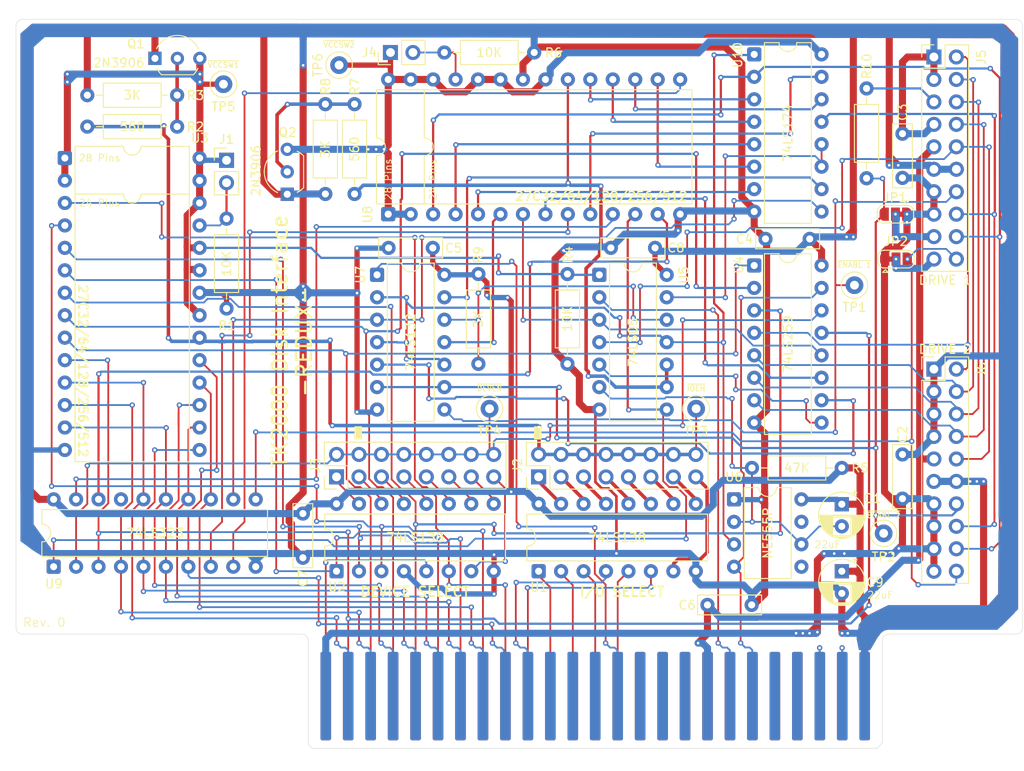
<source format=kicad_pcb>
(kicad_pcb
	(version 20241229)
	(generator "pcbnew")
	(generator_version "9.0")
	(general
		(thickness 1.6)
		(legacy_teardrops no)
	)
	(paper "A4")
	(layers
		(0 "F.Cu" signal)
		(2 "B.Cu" signal)
		(9 "F.Adhes" user "F.Adhesive")
		(11 "B.Adhes" user "B.Adhesive")
		(13 "F.Paste" user)
		(15 "B.Paste" user)
		(5 "F.SilkS" user "F.Silkscreen")
		(7 "B.SilkS" user "B.Silkscreen")
		(1 "F.Mask" user)
		(3 "B.Mask" user)
		(17 "Dwgs.User" user "User.Drawings")
		(19 "Cmts.User" user "User.Comments")
		(21 "Eco1.User" user "User.Eco1")
		(23 "Eco2.User" user "User.Eco2")
		(25 "Edge.Cuts" user)
		(27 "Margin" user)
		(31 "F.CrtYd" user "F.Courtyard")
		(29 "B.CrtYd" user "B.Courtyard")
		(35 "F.Fab" user)
		(33 "B.Fab" user)
		(39 "User.1" user)
		(41 "User.2" user)
		(43 "User.3" user)
		(45 "User.4" user)
	)
	(setup
		(pad_to_mask_clearance 0)
		(allow_soldermask_bridges_in_footprints no)
		(tenting front back)
		(pcbplotparams
			(layerselection 0x00000000_00000000_55555555_5755f5ff)
			(plot_on_all_layers_selection 0x00000000_00000000_00000000_00000000)
			(disableapertmacros no)
			(usegerberextensions no)
			(usegerberattributes yes)
			(usegerberadvancedattributes yes)
			(creategerberjobfile yes)
			(dashed_line_dash_ratio 12.000000)
			(dashed_line_gap_ratio 3.000000)
			(svgprecision 4)
			(plotframeref no)
			(mode 1)
			(useauxorigin no)
			(hpglpennumber 1)
			(hpglpenspeed 20)
			(hpglpendiameter 15.000000)
			(pdf_front_fp_property_popups yes)
			(pdf_back_fp_property_popups yes)
			(pdf_metadata yes)
			(pdf_single_document no)
			(dxfpolygonmode yes)
			(dxfimperialunits yes)
			(dxfusepcbnewfont yes)
			(psnegative no)
			(psa4output no)
			(plot_black_and_white yes)
			(sketchpadsonfab no)
			(plotpadnumbers no)
			(hidednponfab no)
			(sketchdnponfab yes)
			(crossoutdnponfab yes)
			(subtractmaskfromsilk no)
			(outputformat 1)
			(mirror no)
			(drillshape 0)
			(scaleselection 1)
			(outputdirectory "gerbers/")
		)
	)
	(net 0 "")
	(net 1 "-12V")
	(net 2 "GND")
	(net 3 "+5V")
	(net 4 "Net-(U6-THR)")
	(net 5 "+12V")
	(net 6 "Net-(J1-Pin_2)")
	(net 7 "~{IOSEL}")
	(net 8 "Net-(J2-Pin_5)")
	(net 9 "Net-(J2-Pin_7)")
	(net 10 "/VCC_SWITCHED_1")
	(net 11 "Net-(J2-Pin_15)")
	(net 12 "Net-(J2-Pin_3)")
	(net 13 "Net-(J2-Pin_9)")
	(net 14 "Net-(J2-Pin_11)")
	(net 15 "Net-(J2-Pin_13)")
	(net 16 "Net-(J2-Pin_1)")
	(net 17 "Net-(J3-Pin_11)")
	(net 18 "Net-(J3-Pin_5)")
	(net 19 "Net-(J3-Pin_7)")
	(net 20 "Net-(J3-Pin_9)")
	(net 21 "Net-(J3-Pin_1)")
	(net 22 "Net-(J3-Pin_13)")
	(net 23 "Net-(J3-Pin_15)")
	(net 24 "Net-(J3-Pin_3)")
	(net 25 "Net-(J4-Pin_2)")
	(net 26 "/PH1")
	(net 27 "/PH0")
	(net 28 "/WR DATA")
	(net 29 "/W PROT")
	(net 30 "/RD DATA")
	(net 31 "/PH2")
	(net 32 "/PH3")
	(net 33 "Net-(J5-Pin_17)")
	(net 34 "/WR REQ")
	(net 35 "Net-(J5-Pin_19)")
	(net 36 "/~{ENBL 1}")
	(net 37 "Net-(J5-Pin_5)")
	(net 38 "/~{ENBL 2}")
	(net 39 "A12")
	(net 40 "D0")
	(net 41 "A10")
	(net 42 "A3")
	(net 43 "A14")
	(net 44 "D3")
	(net 45 "unconnected-(P1-Pin_40-Pad40)")
	(net 46 "2M")
	(net 47 "~{RESET}")
	(net 48 "unconnected-(P1-Pin_30-Pad30)")
	(net 49 "A4")
	(net 50 "~{EXTC}")
	(net 51 "unconnected-(P1-Pin_18-Pad18)")
	(net 52 "unconnected-(P1-Pin_38-Pad38)")
	(net 53 "D1")
	(net 54 "unconnected-(P1-Pin_29-Pad29)")
	(net 55 "A0")
	(net 56 "A15")
	(net 57 "D6")
	(net 58 "unconnected-(P1-Pin_36-Pad36)")
	(net 59 "A5")
	(net 60 "unconnected-(P1-Pin_22-Pad22)")
	(net 61 "~{EXTE}")
	(net 62 "Net-(P1-Pin_24)")
	(net 63 "~{EXT8}")
	(net 64 "unconnected-(P1-Pin_34-Pad34)")
	(net 65 "A8")
	(net 66 "D2")
	(net 67 "A2")
	(net 68 "D7")
	(net 69 "A7")
	(net 70 "Net-(P1-Pin_23)")
	(net 71 "A6")
	(net 72 "unconnected-(P1-Pin_21-Pad21)")
	(net 73 "~{EXT_MEM}")
	(net 74 "D4")
	(net 75 "D5")
	(net 76 "A9")
	(net 77 "A13")
	(net 78 "A11")
	(net 79 "unconnected-(P1-Pin_39-Pad39)")
	(net 80 "~{EXT6}")
	(net 81 "A1")
	(net 82 "Net-(Q1-B)")
	(net 83 "Net-(Q2-B)")
	(net 84 "Net-(U8-~{CE})")
	(net 85 "Net-(R9-Pad2)")
	(net 86 "Net-(U4-Q6)")
	(net 87 "Net-(U4-Q5)")
	(net 88 "Net-(U4-Q7)")
	(net 89 "Net-(U4-Q4)")
	(net 90 "Net-(U10-D3)")
	(net 91 "Net-(U8-D1)")
	(net 92 "Net-(U10-~{Mr})")
	(net 93 "Net-(U8-A4)")
	(net 94 "Net-(U10-Q3)")
	(net 95 "Net-(U10-Cp)")
	(net 96 "Net-(U8-D3)")
	(net 97 "Net-(U10-Q5)")
	(net 98 "Net-(U10-Q2)")
	(net 99 "Net-(U8-A1)")
	(net 100 "Net-(U10-D2)")
	(net 101 "Net-(U8-D0)")
	(net 102 "Net-(U10-Q1)")
	(net 103 "unconnected-(U6-DIS-Pad7)")
	(net 104 "Net-(U10-D0)")
	(net 105 "unconnected-(U6-CV-Pad5)")
	(net 106 "Net-(U10-D5)")
	(net 107 "Net-(U8-D2)")
	(net 108 "Net-(U10-D1)")
	(net 109 "unconnected-(U9-Q7-Pad17)")
	(net 110 "/VCC_SWITCHED_2")
	(net 111 "/~{IOEN}")
	(net 112 "/~{DEVEN}")
	(footprint "Connector_PinHeader_2.54mm:PinHeader_1x02_P2.54mm_Vertical" (layer "F.Cu") (at 69.565185 66.517185))
	(footprint "TestPoint:TestPoint_Loop_D1.80mm_Drill1.0mm_Beaded" (layer "F.Cu") (at 122.682 94.615))
	(footprint "Capacitor_THT:C_Rect_L7.0mm_W2.0mm_P5.00mm" (layer "F.Cu") (at 118.034185 76.423185 180))
	(footprint "Resistor_THT:R_Axial_DIN0207_L6.3mm_D2.5mm_P10.16mm_Horizontal" (layer "F.Cu") (at 94.203185 54.325185))
	(footprint "TestPoint:TestPoint_Loop_D1.80mm_Drill1.0mm_Beaded" (layer "F.Cu") (at 82.296 55.753))
	(footprint "Connector_PinHeader_2.54mm:PinHeader_1x02_P2.54mm_Vertical" (layer "F.Cu") (at 88.107185 54.325185 90))
	(footprint "Capacitor_THT:CP_Radial_D5.0mm_P2.50mm" (layer "F.Cu") (at 139.161185 112.999185 -90))
	(footprint "Resistor_THT:R_Axial_DIN0207_L6.3mm_D2.5mm_P10.16mm_Horizontal" (layer "F.Cu") (at 84.043185 60.167185 -90))
	(footprint "Capacitor_THT:C_Rect_L7.0mm_W2.0mm_P5.00mm" (layer "F.Cu") (at 146.019185 104.791185 90))
	(footprint "TestPoint:TestPoint_Loop_D1.80mm_Drill1.0mm_Beaded" (layer "F.Cu") (at 99.314 94.615))
	(footprint "Package_DIP:DIP-16_W7.62mm" (layer "F.Cu") (at 129.250185 54.539185))
	(footprint "Package_DIP:DIP-16_W7.62mm" (layer "F.Cu") (at 82.006185 112.994185 90))
	(footprint "Package_TO_SOT_THT:TO-92_Inline_Wide" (layer "F.Cu") (at 61.468 54.991))
	(footprint "Resistor_THT:R_Axial_DIN0207_L6.3mm_D2.5mm_P10.16mm_Horizontal" (layer "F.Cu") (at 141.955185 68.549185 90))
	(footprint "Capacitor_THT:CP_Radial_D5.0mm_P2.50mm" (layer "F.Cu") (at 139.156185 105.419185 -90))
	(footprint "Resistor_THT:R_Axial_DIN0207_L6.3mm_D2.5mm_P10.16mm_Horizontal" (layer "F.Cu") (at 53.817185 59.151185))
	(footprint "Package_DIP:DIP-16_W7.62mm" (layer "F.Cu") (at 104.866185 112.999185 90))
	(footprint "TK2000:DIP-28-24_W15.24mm" (layer "F.Cu") (at 87.853185 72.613185 90))
	(footprint "Package_DIP:DIP-14_W7.62mm" (layer "F.Cu") (at 111.729185 79.471185))
	(footprint "Resistor_THT:R_Axial_DIN0207_L6.3mm_D2.5mm_P10.16mm_Horizontal" (layer "F.Cu") (at 69.565185 73.121185 -90))
	(footprint "TestPoint:TestPoint_Loop_D1.80mm_Drill1.0mm_Beaded" (layer "F.Cu") (at 140.589 80.645))
	(footprint "Capacitor_THT:C_Rect_L7.0mm_W2.0mm_P5.00mm" (layer "F.Cu") (at 146.019185 68.509185 90))
	(footprint "Jumper:SolderJumper-3_P1.3mm_Bridged12_RoundedPad1.0x1.5mm" (layer "F.Cu") (at 145.287185 77.693185))
	(footprint "Resistor_THT:R_Axial_DIN0207_L6.3mm_D2.5mm_P10.16mm_Horizontal" (layer "F.Cu") (at 98.053185 79.382185 -90))
	(footprint "TK2000:DIP-28-24_W15.24mm" (layer "F.Cu") (at 51.277185 66.263185))
	(footprint "Capacitor_THT:C_Rect_L7.0mm_W2.0mm_P5.00mm" (layer "F.Cu") (at 135.525185 75.407185 180))
	(footprint "Capacitor_THT:C_Rect_L7.0mm_W2.0mm_P5.00mm" (layer "F.Cu") (at 78.201185 106.475185 -90))
	(footprint "Capacitor_THT:C_Rect_L7.0mm_W2.0mm_P5.00mm" (layer "F.Cu") (at 92.893185 76.428185 180))
	(footprint "Package_DIP:DIP-14_W7.62mm"
		(layer "F.Cu")
		(uuid "a0622b99-2d5e-4ed7-81b0-0f8cd8a25f7e")
		(at 86.588185 79.471185)
		(descr "14-lead though-hole mounted DIP package, row spacing 7.62mm (300 mils)")
		(tags "THT DIP DIL PDIP 2.54mm 7.62mm 300mi
... [378025 chars truncated]
</source>
